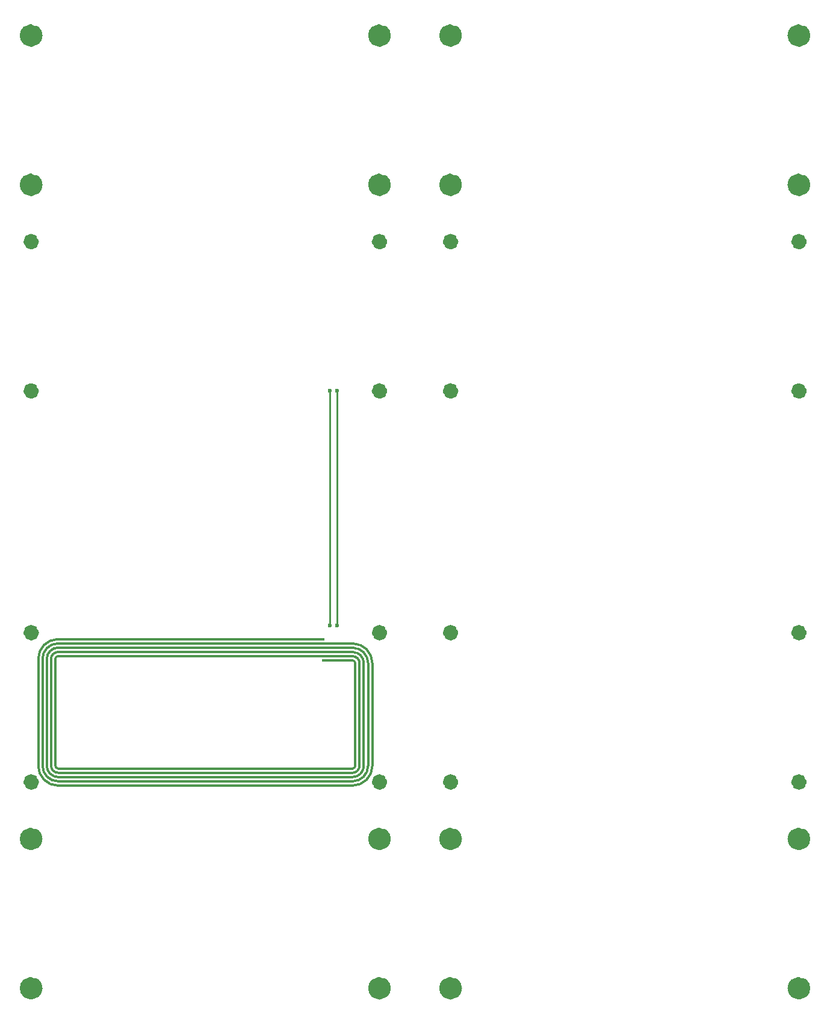
<source format=gbl>
G04 #@! TF.GenerationSoftware,KiCad,Pcbnew,(6.0.7)*
G04 #@! TF.CreationDate,2023-01-11T21:48:02+01:00*
G04 #@! TF.ProjectId,PCBWallet,50434257-616c-46c6-9574-2e6b69636164,rev?*
G04 #@! TF.SameCoordinates,Original*
G04 #@! TF.FileFunction,Copper,L2,Bot*
G04 #@! TF.FilePolarity,Positive*
%FSLAX46Y46*%
G04 Gerber Fmt 4.6, Leading zero omitted, Abs format (unit mm)*
G04 Created by KiCad (PCBNEW (6.0.7)) date 2023-01-11 21:48:02*
%MOMM*%
%LPD*%
G01*
G04 APERTURE LIST*
G04 #@! TA.AperFunction,NonConductor*
%ADD10C,1.600000*%
G04 #@! TD*
G04 #@! TA.AperFunction,NonConductor*
%ADD11C,1.100000*%
G04 #@! TD*
G04 #@! TA.AperFunction,EtchedComponent*
%ADD12C,0.300000*%
G04 #@! TD*
G04 #@! TA.AperFunction,ComponentPad*
%ADD13C,0.400000*%
G04 #@! TD*
G04 #@! TA.AperFunction,ViaPad*
%ADD14C,1.200000*%
G04 #@! TD*
G04 #@! TA.AperFunction,ViaPad*
%ADD15C,0.600000*%
G04 #@! TD*
G04 #@! TA.AperFunction,Conductor*
%ADD16C,0.225000*%
G04 #@! TD*
G04 APERTURE END LIST*
D10*
X142600000Y-149000000D02*
G75*
G03*
X142600000Y-149000000I-800000J0D01*
G01*
D11*
X142350000Y-86000000D02*
G75*
G03*
X142350000Y-86000000I-550000J0D01*
G01*
X34350000Y-65000000D02*
G75*
G03*
X34350000Y-65000000I-550000J0D01*
G01*
X93350000Y-65000000D02*
G75*
G03*
X93350000Y-65000000I-550000J0D01*
G01*
D10*
X142600000Y-57000000D02*
G75*
G03*
X142600000Y-57000000I-800000J0D01*
G01*
D11*
X93350000Y-120000000D02*
G75*
G03*
X93350000Y-120000000I-550000J0D01*
G01*
X34350000Y-141000000D02*
G75*
G03*
X34350000Y-141000000I-550000J0D01*
G01*
D10*
X34600000Y-57000000D02*
G75*
G03*
X34600000Y-57000000I-800000J0D01*
G01*
D11*
X83350000Y-65000000D02*
G75*
G03*
X83350000Y-65000000I-550000J0D01*
G01*
X142350000Y-141000000D02*
G75*
G03*
X142350000Y-141000000I-550000J0D01*
G01*
X83350000Y-120000000D02*
G75*
G03*
X83350000Y-120000000I-550000J0D01*
G01*
D10*
X83600000Y-170000000D02*
G75*
G03*
X83600000Y-170000000I-800000J0D01*
G01*
X34600000Y-36000000D02*
G75*
G03*
X34600000Y-36000000I-800000J0D01*
G01*
X83600000Y-57000000D02*
G75*
G03*
X83600000Y-57000000I-800000J0D01*
G01*
D11*
X93350000Y-86000000D02*
G75*
G03*
X93350000Y-86000000I-550000J0D01*
G01*
D10*
X93600000Y-57000000D02*
G75*
G03*
X93600000Y-57000000I-800000J0D01*
G01*
D11*
X93350000Y-141000000D02*
G75*
G03*
X93350000Y-141000000I-550000J0D01*
G01*
X34350000Y-86000000D02*
G75*
G03*
X34350000Y-86000000I-550000J0D01*
G01*
D10*
X93600000Y-149000000D02*
G75*
G03*
X93600000Y-149000000I-800000J0D01*
G01*
D11*
X142350000Y-65000000D02*
G75*
G03*
X142350000Y-65000000I-550000J0D01*
G01*
D10*
X34600000Y-149000000D02*
G75*
G03*
X34600000Y-149000000I-800000J0D01*
G01*
X93600000Y-36000000D02*
G75*
G03*
X93600000Y-36000000I-800000J0D01*
G01*
X34600000Y-170000000D02*
G75*
G03*
X34600000Y-170000000I-800000J0D01*
G01*
X93600000Y-170000000D02*
G75*
G03*
X93600000Y-170000000I-800000J0D01*
G01*
X83600000Y-149000000D02*
G75*
G03*
X83600000Y-149000000I-800000J0D01*
G01*
D11*
X34350000Y-120000000D02*
G75*
G03*
X34350000Y-120000000I-550000J0D01*
G01*
X83350000Y-141000000D02*
G75*
G03*
X83350000Y-141000000I-550000J0D01*
G01*
X142350000Y-120000000D02*
G75*
G03*
X142350000Y-120000000I-550000J0D01*
G01*
X83350000Y-86000000D02*
G75*
G03*
X83350000Y-86000000I-550000J0D01*
G01*
D10*
X83600000Y-36000000D02*
G75*
G03*
X83600000Y-36000000I-800000J0D01*
G01*
X142600000Y-170000000D02*
G75*
G03*
X142600000Y-170000000I-800000J0D01*
G01*
X142600000Y-36000000D02*
G75*
G03*
X142600000Y-36000000I-800000J0D01*
G01*
D12*
X36599999Y-138700003D02*
X36600049Y-123700000D01*
X80000001Y-124300052D02*
X79999974Y-138700004D01*
X37600049Y-120900000D02*
X74900000Y-120900025D01*
X37599999Y-139700003D02*
X78999949Y-139700005D01*
X80600001Y-124300052D02*
X80599974Y-138700004D01*
X78999999Y-121500002D02*
X37600049Y-121500000D01*
X78999999Y-123299947D02*
X37597795Y-123300000D01*
X78999999Y-122100002D02*
X37600049Y-122100000D01*
X79000001Y-123900000D02*
X74900000Y-123900000D01*
X35399999Y-138700003D02*
X35400049Y-123700000D01*
X37599999Y-140900003D02*
X78999949Y-140900005D01*
X81200001Y-124300052D02*
X81199974Y-138700004D01*
X37199999Y-138702257D02*
X37199994Y-123700000D01*
X35999999Y-138700003D02*
X36000049Y-123700000D01*
X37599999Y-140300003D02*
X78999949Y-140300005D01*
X81800001Y-124300052D02*
X81800024Y-138700002D01*
X78999999Y-122700002D02*
X37600049Y-122700000D01*
X37600001Y-141500053D02*
X78999949Y-141500005D01*
X34799999Y-138700003D02*
X34799999Y-123700002D01*
X79400001Y-124297798D02*
X79400029Y-138700004D01*
X37599999Y-139100058D02*
X79002203Y-139100005D01*
X34799999Y-138700003D02*
G75*
G03*
X37600001Y-141500053I2800027J-23D01*
G01*
X79002228Y-139100023D02*
G75*
G03*
X79400029Y-138700004I-2128J399923D01*
G01*
X79999948Y-124300052D02*
G75*
G03*
X79000001Y-123300052I-999948J52D01*
G01*
X80599948Y-124300052D02*
G75*
G03*
X79000001Y-122700052I-1599948J52D01*
G01*
X37199999Y-138702257D02*
G75*
G03*
X37599999Y-139100058I399948J2153D01*
G01*
X37600049Y-122100000D02*
G75*
G03*
X36000049Y-123700000I40J-1600040D01*
G01*
X36599999Y-138700003D02*
G75*
G03*
X37599999Y-139700003I1000003J3D01*
G01*
X37600049Y-122700000D02*
G75*
G03*
X36600049Y-123700000I3J-1000003D01*
G01*
X81799998Y-124300052D02*
G75*
G03*
X78999999Y-121500002I-2800028J22D01*
G01*
X78999974Y-141500004D02*
G75*
G03*
X81800024Y-138700002I26J2800024D01*
G01*
X81199998Y-124300052D02*
G75*
G03*
X79000001Y-122100052I-2197668J2332D01*
G01*
X37597795Y-123300000D02*
G75*
G03*
X37199994Y-123700000I2153J-399948D01*
G01*
X37600049Y-120900000D02*
G75*
G03*
X34799999Y-123700002I-23J-2800027D01*
G01*
X35999999Y-138700003D02*
G75*
G03*
X37599999Y-140300003I1600040J40D01*
G01*
X78999974Y-140300004D02*
G75*
G03*
X80599974Y-138700004I-44J1600044D01*
G01*
X79399997Y-124297798D02*
G75*
G03*
X79000001Y-123899997I-399897J-2102D01*
G01*
X78999974Y-139700004D02*
G75*
G03*
X79999974Y-138700004I46J999954D01*
G01*
X78999974Y-140900004D02*
G75*
G03*
X81199974Y-138700004I2256J2197744D01*
G01*
X35399999Y-138700003D02*
G75*
G03*
X37599999Y-140900003I2197746J-2254D01*
G01*
X37600049Y-121500000D02*
G75*
G03*
X35400049Y-123700000I-2254J-2197746D01*
G01*
D13*
X74900000Y-120900025D03*
X74900000Y-123900000D03*
D14*
X141800000Y-86000000D03*
X141800000Y-65000000D03*
X92800000Y-141000000D03*
X92800000Y-86000000D03*
X82800000Y-120000000D03*
X82800000Y-65000000D03*
X141800000Y-141000000D03*
X82800000Y-86000000D03*
X82800000Y-141000000D03*
X92800000Y-120000000D03*
X33800000Y-65000000D03*
X141800000Y-120000000D03*
X33800000Y-141000000D03*
X33800000Y-120000000D03*
X92800000Y-65000000D03*
X33800000Y-86000000D03*
D15*
X75800000Y-86000000D03*
X75800000Y-119000000D03*
X76800000Y-119000000D03*
X76800000Y-86000000D03*
D16*
X75800000Y-86000000D02*
X75800000Y-119000000D01*
X76800000Y-119000000D02*
X76800000Y-86000000D01*
M02*

</source>
